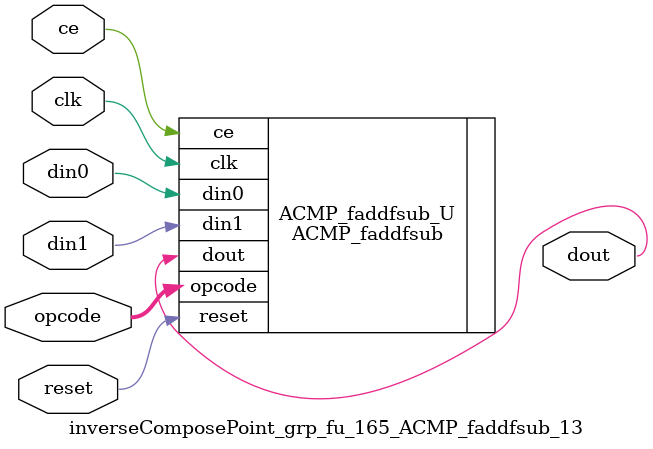
<source format=v>

`timescale 1 ns / 1 ps
module inverseComposePoint_grp_fu_165_ACMP_faddfsub_13(
    clk,
    reset,
    ce,
    din0,
    din1,
    opcode,
    dout);

parameter ID = 32'd1;
parameter NUM_STAGE = 32'd1;
parameter din0_WIDTH = 32'd1;
parameter din1_WIDTH = 32'd1;
parameter dout_WIDTH = 32'd1;
input clk;
input reset;
input ce;
input[din0_WIDTH - 1:0] din0;
input[din1_WIDTH - 1:0] din1;
input[2 - 1:0] opcode;
output[dout_WIDTH - 1:0] dout;



ACMP_faddfsub #(
.ID( ID ),
.NUM_STAGE( 4 ),
.din0_WIDTH( din0_WIDTH ),
.din1_WIDTH( din1_WIDTH ),
.dout_WIDTH( dout_WIDTH ))
ACMP_faddfsub_U(
    .clk( clk ),
    .reset( reset ),
    .ce( ce ),
    .din0( din0 ),
    .din1( din1 ),
    .dout( dout ),
    .opcode( opcode ));

endmodule

</source>
